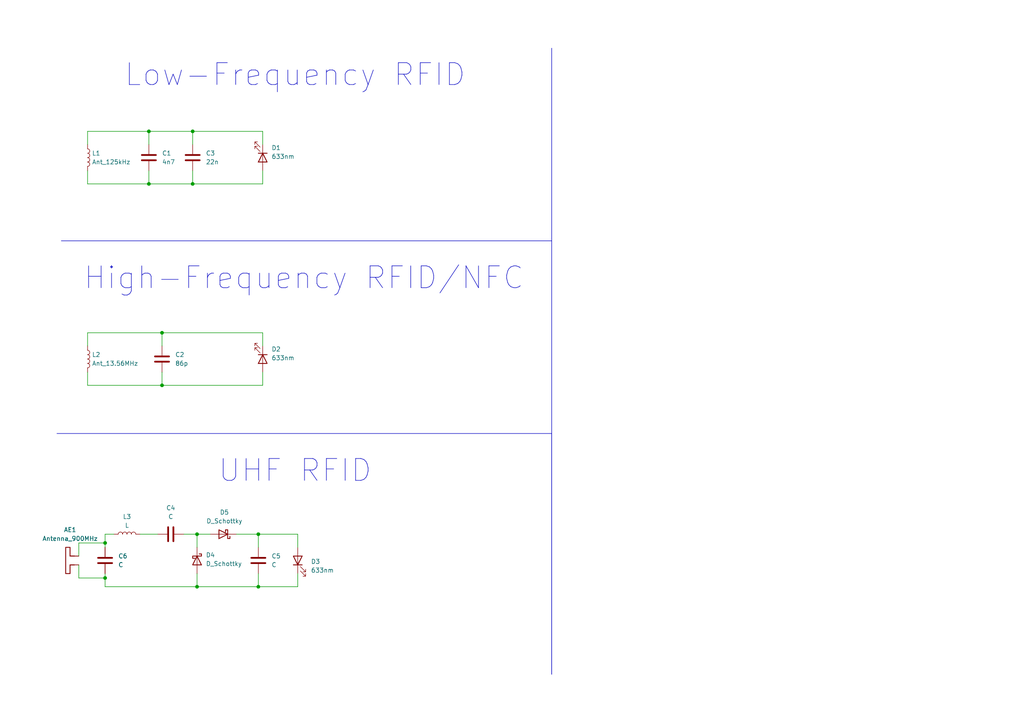
<source format=kicad_sch>
(kicad_sch (version 20250114) (generator "eeschema") (generator_version "9.0")
  (paper "A4")
  (lib_symbols
    (symbol "Device:Antenna_Dipole" (pin_numbers (hide yes)) (pin_names (offset 1.016) (hide yes))
      (property "Reference" "AE" (at 1.27 1.27 0))
      (property "Value" "Antenna_Dipole" (at 1.27 0 0))
      (symbol "Antenna_Dipole_0_1"
        (polyline (pts (xy 2.54 -3.81) (xy 2.54 -2.54) (xy 5.08 -2.54) (xy 5.08 -1.27) (xy -2.54 -1.27) (xy -2.54 -2.54) (xy 0 -2.54) (xy 0 -3.81)) (stroke (width 0.254)))
      )
      (symbol "Antenna_Dipole_1_1"
        (pin input line (at 0 -5.08 90) (length 2.54) (name "~") (number "1"))
        (pin input line (at 2.54 -5.08 90) (length 2.54) (name "~") (number "2"))
      )
    )
    (symbol "Device:C" (pin_numbers (hide yes)) (pin_names (offset 0.254))
      (property "Reference" "C" (at 0.635 2.54 0))
      (property "Value" "C" (at 0.635 -2.54 0))
      (symbol "C_0_1"
        (polyline (pts (xy -2.032 0.762) (xy 2.032 0.762)) (stroke (width 0.508)))
        (polyline (pts (xy -2.032 -0.762) (xy 2.032 -0.762)) (stroke (width 0.508)))
      )
      (symbol "C_1_1"
        (pin passive line (at 0 3.81 270) (length 2.794) (name "~") (number "1"))
        (pin passive line (at 0 -3.81 90) (length 2.794) (name "~") (number "2"))
      )
    )
    (symbol "Device:D_Schottky" (pin_numbers (hide yes)) (pin_names (offset 1.016) (hide yes))
      (property "Reference" "D" (at 0 2.54 0))
      (property "Value" "D_Schottky" (at 0 -2.54 0))
      (symbol "D_Schottky_0_1"
        (polyline (pts (xy -1.905 0.635) (xy -1.905 1.27) (xy -1.27 1.27) (xy -1.27 -1.27) (xy -0.635 -1.27) (xy -0.635 -0.635)) (stroke (width 0.254)))
        (polyline (pts (xy 1.27 1.27) (xy 1.27 -1.27) (xy -1.27 0) (xy 1.27 1.27)) (stroke (width 0.254)))
        (polyline (pts (xy 1.27 0) (xy -1.27 0)))
      )
      (symbol "D_Schottky_1_1"
        (pin passive line (at -3.81 0 0) (length 2.54) (name "K") (number "1"))
        (pin passive line (at 3.81 0 180) (length 2.54) (name "A") (number "2"))
      )
    )
    (symbol "Device:L" (pin_numbers (hide yes)) (pin_names (offset 1.016) (hide yes))
      (property "Reference" "L" (at -1.27 0 90))
      (property "Value" "L" (at 1.905 0 90))
      (symbol "L_0_1"
        (arc (start 0 2.54) (mid 0.6323 1.905) (end 0 1.27))
        (arc (start 0 1.27) (mid 0.6323 0.635) (end 0 0))
        (arc (start 0 0) (mid 0.6323 -0.635) (end 0 -1.27))
        (arc (start 0 -1.27) (mid 0.6323 -1.905) (end 0 -2.54))
      )
      (symbol "L_1_1"
        (pin passive line (at 0 3.81 270) (length 1.27) (name "1") (number "1"))
        (pin passive line (at 0 -3.81 90) (length 1.27) (name "2") (number "2"))
      )
    )
    (symbol "Device:LED" (pin_numbers (hide yes)) (pin_names (offset 1.016) (hide yes))
      (property "Reference" "D" (at 0 2.54 0))
      (property "Value" "LED" (at 0 -2.54 0))
      (symbol "LED_0_1"
        (polyline (pts (xy -3.048 -0.762) (xy -4.572 -2.286) (xy -3.81 -2.286) (xy -4.572 -2.286) (xy -4.572 -1.524)))
        (polyline (pts (xy -1.778 -0.762) (xy -3.302 -2.286) (xy -2.54 -2.286) (xy -3.302 -2.286) (xy -3.302 -1.524)))
        (polyline (pts (xy -1.27 0) (xy 1.27 0)))
        (polyline (pts (xy -1.27 -1.27) (xy -1.27 1.27)) (stroke (width 0.254)))
        (polyline (pts (xy 1.27 -1.27) (xy 1.27 1.27) (xy -1.27 0) (xy 1.27 -1.27)) (stroke (width 0.254)))
      )
      (symbol "LED_1_1"
        (pin passive line (at -3.81 0 0) (length 2.54) (name "K") (number "1"))
        (pin passive line (at 3.81 0 180) (length 2.54) (name "A") (number "2"))
      )
    )
  )
  (text "UHF RFID" (at 85.598 136.652 0) (effects (font (size 6.35 6.35))))
  (text "High-Frequency RFID/NFC" (at 88.138 80.772 0) (effects (font (size 6.35 6.35))))
  (text "Low-Frequency RFID" (at 85.598 21.844 0) (effects (font (size 6.35 6.35))))
  (junction (at 57.15 154.94))
  (junction (at 30.48 157.48))
  (junction (at 55.88 38.1))
  (junction (at 74.93 170.18))
  (junction (at 74.93 154.94))
  (junction (at 30.48 167.64))
  (junction (at 46.99 111.76))
  (junction (at 43.18 53.34))
  (junction (at 57.15 170.18))
  (junction (at 46.99 96.52))
  (junction (at 43.18 38.1))
  (junction (at 55.88 53.34))
  (wire (pts (xy 76.2 111.76) (xy 76.2 107.95)))
  (wire (pts (xy 55.88 53.34) (xy 76.2 53.34)))
  (wire (pts (xy 57.15 154.94) (xy 60.96 154.94)))
  (wire (pts (xy 22.86 157.48) (xy 30.48 157.48)))
  (wire (pts (xy 86.36 166.37) (xy 86.36 170.18)))
  (wire (pts (xy 22.86 167.64) (xy 30.48 167.64)))
  (wire (pts (xy 25.4 49.53) (xy 25.4 53.34)))
  (wire (pts (xy 57.15 166.37) (xy 57.15 170.18)))
  (wire (pts (xy 25.4 41.91) (xy 25.4 38.1)))
  (wire (pts (xy 55.88 38.1) (xy 55.88 41.91)))
  (wire (pts (xy 53.34 154.94) (xy 57.15 154.94)))
  (wire (pts (xy 25.4 111.76) (xy 25.4 107.95)))
  (wire (pts (xy 43.18 41.91) (xy 43.18 38.1)))
  (wire (pts (xy 25.4 96.52) (xy 25.4 100.33)))
  (wire (pts (xy 22.86 157.48) (xy 22.86 161.29)))
  (wire (pts (xy 30.48 166.37) (xy 30.48 167.64)))
  (wire (pts (xy 74.93 166.37) (xy 74.93 170.18)))
  (wire (pts (xy 55.88 53.34) (xy 55.88 49.53)))
  (wire (pts (xy 43.18 49.53) (xy 43.18 53.34)))
  (wire (pts (xy 76.2 38.1) (xy 76.2 41.91)))
  (polyline (pts (xy 160.02 195.58) (xy 160.02 125.73)))
  (wire (pts (xy 74.93 154.94) (xy 86.36 154.94)))
  (wire (pts (xy 74.93 170.18) (xy 86.36 170.18)))
  (wire (pts (xy 43.18 38.1) (xy 55.88 38.1)))
  (wire (pts (xy 46.99 111.76) (xy 76.2 111.76)))
  (wire (pts (xy 74.93 154.94) (xy 74.93 158.75)))
  (polyline (pts (xy 160.02 13.97) (xy 160.02 195.58)))
  (wire (pts (xy 46.99 96.52) (xy 46.99 100.33)))
  (wire (pts (xy 30.48 154.94) (xy 30.48 157.48)))
  (wire (pts (xy 86.36 154.94) (xy 86.36 158.75)))
  (wire (pts (xy 43.18 53.34) (xy 55.88 53.34)))
  (wire (pts (xy 76.2 96.52) (xy 76.2 100.33)))
  (wire (pts (xy 33.02 154.94) (xy 30.48 154.94)))
  (wire (pts (xy 22.86 167.64) (xy 22.86 163.83)))
  (wire (pts (xy 25.4 96.52) (xy 46.99 96.52)))
  (wire (pts (xy 76.2 53.34) (xy 76.2 49.53)))
  (wire (pts (xy 25.4 38.1) (xy 43.18 38.1)))
  (wire (pts (xy 25.4 111.76) (xy 46.99 111.76)))
  (wire (pts (xy 55.88 38.1) (xy 76.2 38.1)))
  (wire (pts (xy 25.4 53.34) (xy 43.18 53.34)))
  (wire (pts (xy 46.99 96.52) (xy 76.2 96.52)))
  (wire (pts (xy 30.48 157.48) (xy 30.48 158.75)))
  (polyline (pts (xy 17.78 69.85) (xy 160.02 69.85)))
  (wire (pts (xy 74.93 170.18) (xy 57.15 170.18)))
  (wire (pts (xy 46.99 111.76) (xy 46.99 107.95)))
  (wire (pts (xy 40.64 154.94) (xy 45.72 154.94)))
  (wire (pts (xy 57.15 154.94) (xy 57.15 158.75)))
  (polyline (pts (xy 16.51 125.73) (xy 160.02 125.73)))
  (wire (pts (xy 68.58 154.94) (xy 74.93 154.94)))
  (wire (pts (xy 30.48 170.18) (xy 57.15 170.18)))
  (wire (pts (xy 30.48 167.64) (xy 30.48 170.18)))
  (symbol (lib_id "Device:LED") (at 76.2 104.14 270) (unit 1)
    (property "Reference" "D2" (at 78.74 101.2824 90) (effects (justify left)))
    (property "Value" "633nm" (at 78.74 103.8224 90) (effects (justify left)))
    (property "Footprint" "LED_SMD:LED_0603_1608Metric" (effects (hide yes)))
    (property "Description" "Light emitting diode" (effects (hide yes)))
    (property "Sim.Pins" "1=K 2=A" (effects (hide yes)))
  )
  (symbol (lib_id "Device:L") (at 25.4 45.72 0) (unit 1)
    (property "Reference" "L1" (at 26.67 44.4499 0) (effects (justify left)))
    (property "Value" "Ant_125kHz" (at 26.67 46.9899 0) (effects (justify left)))
    (property "Footprint" "Library:Antenna_125kHz_v2" (effects (hide yes)))
  )
  (symbol (lib_id "Device:L") (at 36.83 154.94 90) (unit 1)
    (property "Reference" "L3" (at 36.83 149.86 90))
    (property "Value" "L" (at 36.83 152.4 90))
    (property "Description" "Inductor" (effects (hide yes)))
  )
  (symbol (lib_id "Device:D_Schottky") (at 57.15 162.56 270) (unit 1)
    (property "Reference" "D4" (at 59.69 160.9724 90) (effects (justify left)))
    (property "Value" "D_Schottky" (at 59.69 163.5124 90) (effects (justify left)))
    (property "Description" "Schottky diode" (effects (hide yes)))
  )
  (symbol (lib_id "Device:LED") (at 86.36 162.56 90) (unit 1)
    (property "Reference" "D3" (at 90.17 162.8774 90) (effects (justify right)))
    (property "Value" "633nm" (at 90.17 165.4174 90) (effects (justify right)))
    (property "Footprint" "LED_SMD:LED_0603_1608Metric" (effects (hide yes)))
    (property "Description" "Light emitting diode" (effects (hide yes)))
    (property "Sim.Pins" "1=K 2=A" (effects (hide yes)))
  )
  (symbol (lib_id "Device:C") (at 43.18 45.72 0) (unit 1)
    (property "Reference" "C1" (at 46.99 44.4499 0) (effects (justify left)))
    (property "Value" "4n7" (at 46.99 46.9899 0) (effects (justify left)))
    (property "Footprint" "Capacitor_SMD:C_0603_1608Metric" (effects (hide yes)))
    (property "Description" "Unpolarized capacitor" (effects (hide yes)))
  )
  (symbol (lib_id "Device:D_Schottky") (at 64.77 154.94 180) (unit 1)
    (property "Reference" "D5" (at 65.0875 148.59 0))
    (property "Value" "D_Schottky" (at 65.0875 151.13 0))
    (property "Description" "Schottky diode" (effects (hide yes)))
  )
  (symbol (lib_id "Device:LED") (at 76.2 45.72 270) (unit 1)
    (property "Reference" "D1" (at 78.74 42.8624 90) (effects (justify left)))
    (property "Value" "633nm" (at 78.74 45.4024 90) (effects (justify left)))
    (property "Footprint" "LED_SMD:LED_0603_1608Metric" (effects (hide yes)))
    (property "Description" "Light emitting diode" (effects (hide yes)))
    (property "Sim.Pins" "1=K 2=A" (effects (hide yes)))
  )
  (symbol (lib_id "Device:C") (at 30.48 162.56 0) (unit 1)
    (property "Reference" "C6" (at 34.29 161.2899 0) (effects (justify left)))
    (property "Value" "C" (at 34.29 163.8299 0) (effects (justify left)))
    (property "Description" "Unpolarized capacitor" (effects (hide yes)))
  )
  (symbol (lib_id "Device:L") (at 25.4 104.14 0) (unit 1)
    (property "Reference" "L2" (at 26.67 102.8699 0) (effects (justify left)))
    (property "Value" "Ant_13.56MHz" (at 26.67 105.4099 0) (effects (justify left)))
    (property "Footprint" "Library:Antenna_nfc" (effects (hide yes)))
    (property "Description" "Inductor" (effects (hide yes)))
  )
  (symbol (lib_id "Device:C") (at 74.93 162.56 0) (unit 1)
    (property "Reference" "C5" (at 78.74 161.2899 0) (effects (justify left)))
    (property "Value" "C" (at 78.74 163.8299 0) (effects (justify left)))
    (property "Description" "Unpolarized capacitor" (effects (hide yes)))
  )
  (symbol (lib_id "Device:Antenna_Dipole") (at 17.78 163.83 90) (unit 1)
    (property "Reference" "AE1" (at 20.32 153.67 90))
    (property "Value" "Antenna_900MHz" (at 20.32 156.21 90))
    (property "Footprint" "Library:Ant_915mhz" (effects (hide yes)))
  )
  (symbol (lib_id "Device:C") (at 55.88 45.72 0) (unit 1)
    (property "Reference" "C3" (at 59.69 44.4499 0) (effects (justify left)))
    (property "Value" "22n" (at 59.69 46.9899 0) (effects (justify left)))
    (property "Footprint" "Capacitor_SMD:C_0603_1608Metric" (effects (hide yes)))
    (property "Description" "Unpolarized capacitor" (effects (hide yes)))
  )
  (symbol (lib_id "Device:C") (at 46.99 104.14 0) (unit 1)
    (property "Reference" "C2" (at 50.8 102.8699 0) (effects (justify left)))
    (property "Value" "86p" (at 50.8 105.4099 0) (effects (justify left)))
    (property "Footprint" "Capacitor_SMD:C_0603_1608Metric" (effects (hide yes)))
    (property "Description" "Unpolarized capacitor" (effects (hide yes)))
  )
  (symbol (lib_id "Device:C") (at 49.53 154.94 90) (unit 1)
    (property "Reference" "C4" (at 49.53 147.32 90))
    (property "Value" "C" (at 49.53 149.86 90))
    (property "Description" "Unpolarized capacitor" (effects (hide yes)))
  )
)
</source>
